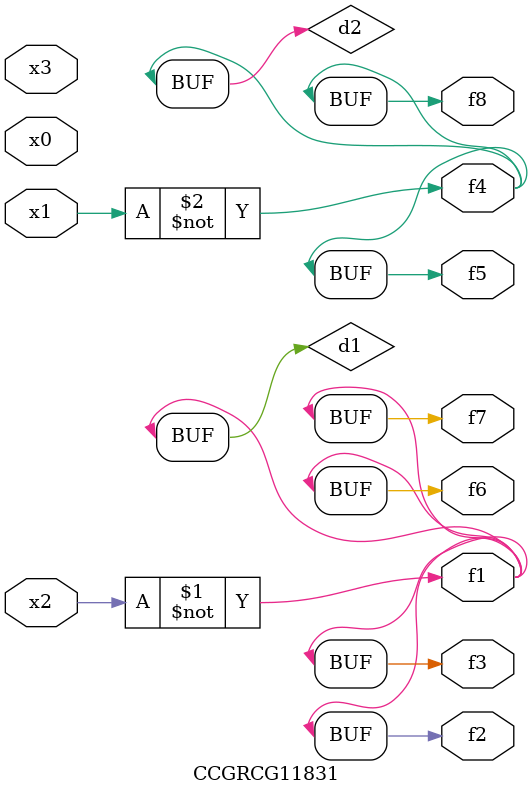
<source format=v>
module CCGRCG11831(
	input x0, x1, x2, x3,
	output f1, f2, f3, f4, f5, f6, f7, f8
);

	wire d1, d2;

	xnor (d1, x2);
	not (d2, x1);
	assign f1 = d1;
	assign f2 = d1;
	assign f3 = d1;
	assign f4 = d2;
	assign f5 = d2;
	assign f6 = d1;
	assign f7 = d1;
	assign f8 = d2;
endmodule

</source>
